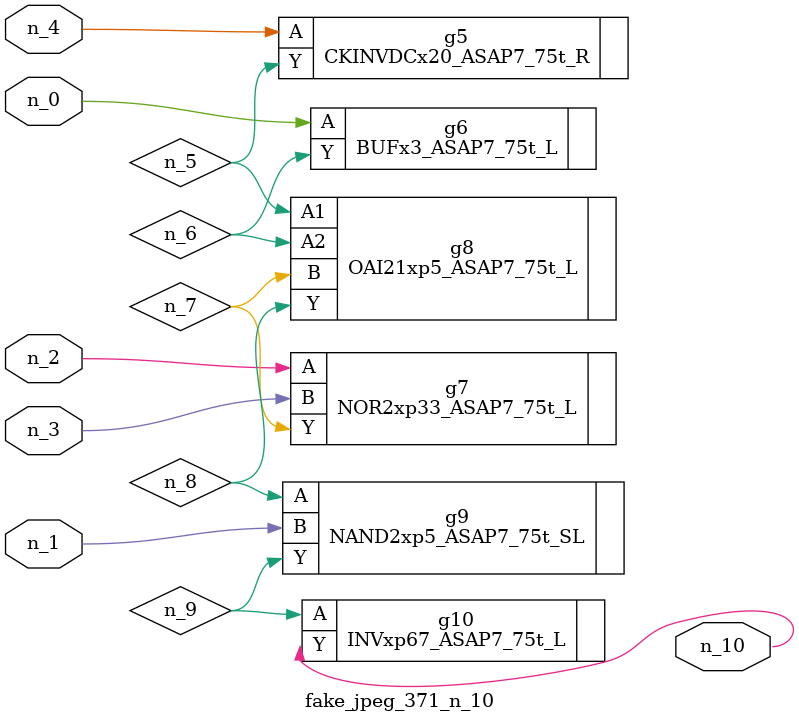
<source format=v>
module fake_jpeg_371_n_10 (n_3, n_2, n_1, n_0, n_4, n_10);

input n_3;
input n_2;
input n_1;
input n_0;
input n_4;

output n_10;

wire n_8;
wire n_9;
wire n_6;
wire n_5;
wire n_7;

CKINVDCx20_ASAP7_75t_R g5 ( 
.A(n_4),
.Y(n_5)
);

BUFx3_ASAP7_75t_L g6 ( 
.A(n_0),
.Y(n_6)
);

NOR2xp33_ASAP7_75t_L g7 ( 
.A(n_2),
.B(n_3),
.Y(n_7)
);

OAI21xp5_ASAP7_75t_L g8 ( 
.A1(n_5),
.A2(n_6),
.B(n_7),
.Y(n_8)
);

NAND2xp5_ASAP7_75t_SL g9 ( 
.A(n_8),
.B(n_1),
.Y(n_9)
);

INVxp67_ASAP7_75t_L g10 ( 
.A(n_9),
.Y(n_10)
);


endmodule
</source>
